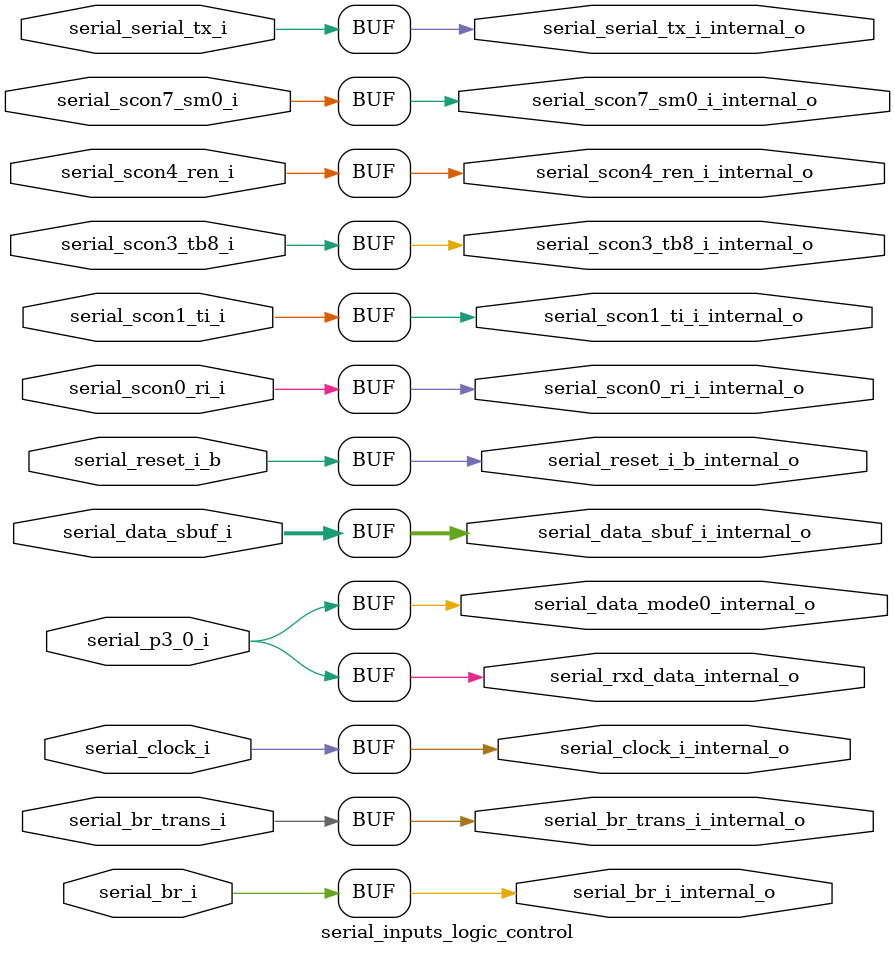
<source format=v>


module serial_inputs_logic_control (
                                    serial_clock_i,
                                    serial_reset_i_b,
                                    serial_br_i,
                                    serial_br_trans_i,
                                    serial_scon0_ri_i,
                                    serial_scon1_ti_i,
                                    serial_scon3_tb8_i,
                                    serial_scon4_ren_i,
                                    serial_scon7_sm0_i,
                                    serial_serial_tx_i,
                                    serial_data_sbuf_i,
                                    serial_p3_0_i,
                                    
                                    serial_clock_i_internal_o,
                                    serial_reset_i_b_internal_o,
                                    serial_br_i_internal_o,
                                    serial_br_trans_i_internal_o,
                                    serial_scon0_ri_i_internal_o,
                                    serial_scon1_ti_i_internal_o,
                                    serial_scon3_tb8_i_internal_o,
                                    serial_scon4_ren_i_internal_o,
                                    serial_scon7_sm0_i_internal_o,
                                    serial_serial_tx_i_internal_o,
                                    serial_data_sbuf_i_internal_o,
                                    serial_rxd_data_internal_o,
                                    serial_data_mode0_internal_o
                                   ); 

//////////  Inputs and outputs /////////////
input serial_clock_i;
input serial_reset_i_b;
input serial_br_i;
input serial_br_trans_i;
input serial_scon0_ri_i;
input serial_scon1_ti_i;
input serial_scon3_tb8_i;
input serial_scon4_ren_i;
input serial_scon7_sm0_i;
input serial_serial_tx_i;
input [7:0]serial_data_sbuf_i;
input serial_p3_0_i;       // data from port 3.0

output serial_clock_i_internal_o;
output serial_reset_i_b_internal_o;
output serial_br_i_internal_o;
output serial_br_trans_i_internal_o;
output serial_scon0_ri_i_internal_o;
output serial_scon1_ti_i_internal_o;
output serial_scon3_tb8_i_internal_o;
output serial_scon4_ren_i_internal_o;
output serial_scon7_sm0_i_internal_o;
output serial_serial_tx_i_internal_o;
output [7:0]serial_data_sbuf_i_internal_o;
output serial_rxd_data_internal_o;
output serial_data_mode0_internal_o;

/////// Connectcions betwenn external inputs and internal signals ///

assign serial_clock_i_internal_o      = serial_clock_i;
assign serial_reset_i_b_internal_o      = serial_reset_i_b;
assign serial_br_i_internal_o         = serial_br_i;
assign serial_br_trans_i_internal_o   = serial_br_trans_i;
assign serial_scon0_ri_i_internal_o = serial_scon0_ri_i;
assign serial_scon1_ti_i_internal_o = serial_scon1_ti_i;
assign serial_scon3_tb8_i_internal_o  = serial_scon3_tb8_i;
assign serial_scon4_ren_i_internal_o  = serial_scon4_ren_i;
assign serial_scon7_sm0_i_internal_o = serial_scon7_sm0_i;
assign serial_serial_tx_i_internal_o  = serial_serial_tx_i;
assign serial_data_sbuf_i_internal_o  = serial_data_sbuf_i;
assign serial_rxd_data_internal_o   = serial_p3_0_i;
assign serial_data_mode0_internal_o = serial_p3_0_i;



endmodule

</source>
